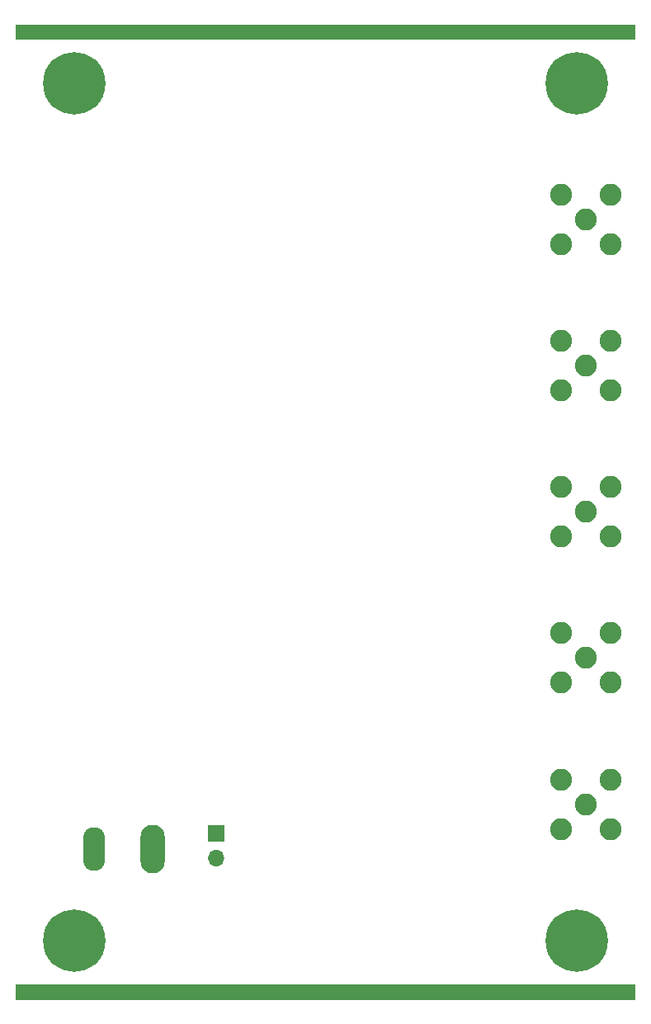
<source format=gbs>
G04 #@! TF.GenerationSoftware,KiCad,Pcbnew,5.1.8-5.1.8*
G04 #@! TF.CreationDate,2020-12-23T15:54:33+01:00*
G04 #@! TF.ProjectId,distribution-amp,64697374-7269-4627-9574-696f6e2d616d,rev?*
G04 #@! TF.SameCoordinates,PX67aef80PY8a2ffa0*
G04 #@! TF.FileFunction,Soldermask,Bot*
G04 #@! TF.FilePolarity,Negative*
%FSLAX46Y46*%
G04 Gerber Fmt 4.6, Leading zero omitted, Abs format (unit mm)*
G04 Created by KiCad (PCBNEW 5.1.8-5.1.8) date 2020-12-23 15:54:33*
%MOMM*%
%LPD*%
G01*
G04 APERTURE LIST*
%ADD10C,0.100000*%
%ADD11O,1.700000X1.700000*%
%ADD12R,1.700000X1.700000*%
%ADD13C,0.800000*%
%ADD14C,6.400000*%
%ADD15O,2.250000X4.500000*%
%ADD16O,2.500000X5.000000*%
%ADD17C,2.250000*%
G04 APERTURE END LIST*
D10*
G36*
X63500000Y98500000D02*
G01*
X0Y98500000D01*
X0Y100000000D01*
X63500000Y100000000D01*
X63500000Y98500000D01*
G37*
X63500000Y98500000D02*
X0Y98500000D01*
X0Y100000000D01*
X63500000Y100000000D01*
X63500000Y98500000D01*
G36*
X63500000Y0D02*
G01*
X0Y0D01*
X0Y1500000D01*
X63500000Y1500000D01*
X63500000Y0D01*
G37*
X63500000Y0D02*
X0Y0D01*
X0Y1500000D01*
X63500000Y1500000D01*
X63500000Y0D01*
D11*
G04 #@! TO.C,TP1*
X20500000Y14460000D03*
D12*
X20500000Y17000000D03*
G04 #@! TD*
D13*
G04 #@! TO.C,H4*
X7697056Y7697056D03*
X6000000Y8400000D03*
X4302944Y7697056D03*
X3600000Y6000000D03*
X4302944Y4302944D03*
X6000000Y3600000D03*
X7697056Y4302944D03*
X8400000Y6000000D03*
D14*
X6000000Y6000000D03*
G04 #@! TD*
D13*
G04 #@! TO.C,H3*
X59197056Y7697056D03*
X57500000Y8400000D03*
X55802944Y7697056D03*
X55100000Y6000000D03*
X55802944Y4302944D03*
X57500000Y3600000D03*
X59197056Y4302944D03*
X59900000Y6000000D03*
D14*
X57500000Y6000000D03*
G04 #@! TD*
D13*
G04 #@! TO.C,H2*
X59197056Y95697056D03*
X57500000Y96400000D03*
X55802944Y95697056D03*
X55100000Y94000000D03*
X55802944Y92302944D03*
X57500000Y91600000D03*
X59197056Y92302944D03*
X59900000Y94000000D03*
D14*
X57500000Y94000000D03*
G04 #@! TD*
D13*
G04 #@! TO.C,H1*
X7697056Y95697056D03*
X6000000Y96400000D03*
X4302944Y95697056D03*
X3600000Y94000000D03*
X4302944Y92302944D03*
X6000000Y91600000D03*
X7697056Y92302944D03*
X8400000Y94000000D03*
D14*
X6000000Y94000000D03*
G04 #@! TD*
D15*
G04 #@! TO.C,J6*
X8000000Y15400000D03*
D16*
X14000000Y15400000D03*
G04 #@! TD*
D17*
G04 #@! TO.C,J5*
X58480000Y50000000D03*
X55940000Y47460000D03*
X61020000Y47460000D03*
X61020000Y52540000D03*
X55940000Y52540000D03*
G04 #@! TD*
G04 #@! TO.C,J4*
X58480000Y80000000D03*
X55940000Y77460000D03*
X61020000Y77460000D03*
X61020000Y82540000D03*
X55940000Y82540000D03*
G04 #@! TD*
G04 #@! TO.C,J3*
X58480000Y35000000D03*
X55940000Y32460000D03*
X61020000Y32460000D03*
X61020000Y37540000D03*
X55940000Y37540000D03*
G04 #@! TD*
G04 #@! TO.C,J2*
X58480000Y20000000D03*
X55940000Y17460000D03*
X61020000Y17460000D03*
X61020000Y22540000D03*
X55940000Y22540000D03*
G04 #@! TD*
G04 #@! TO.C,J1*
X58480000Y65000000D03*
X55940000Y62460000D03*
X61020000Y62460000D03*
X61020000Y67540000D03*
X55940000Y67540000D03*
G04 #@! TD*
M02*

</source>
